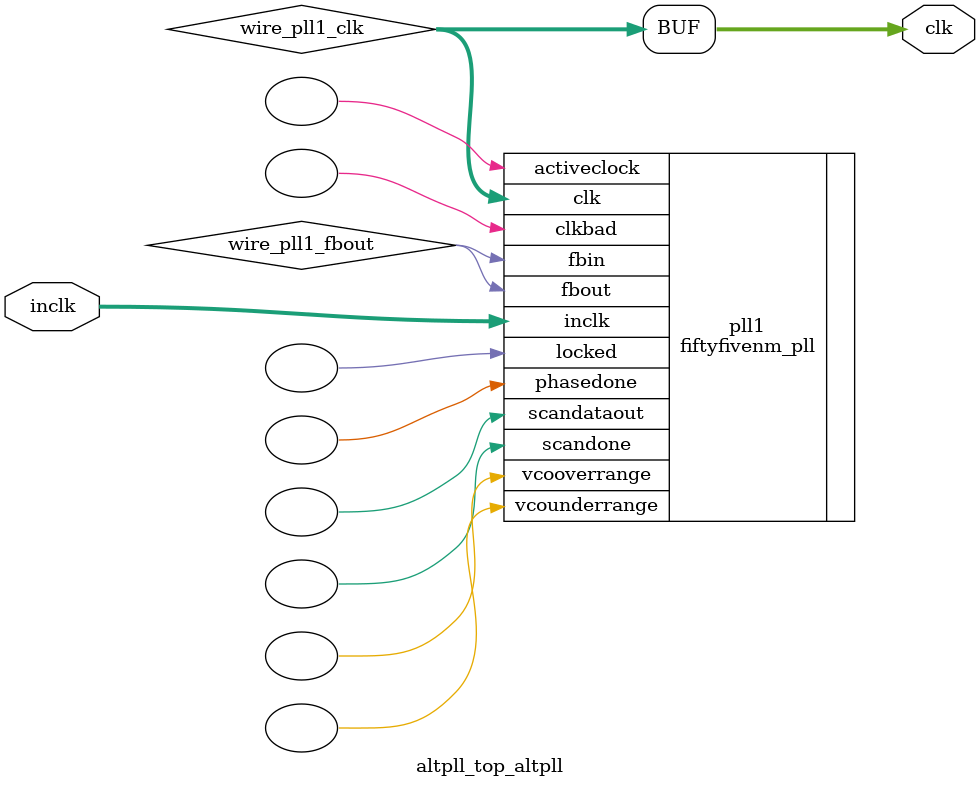
<source format=v>






//synthesis_resources = fiftyfivenm_pll 1 
//synopsys translate_off
`timescale 1 ps / 1 ps
//synopsys translate_on
module  altpll_top_altpll
	( 
	clk,
	inclk) /* synthesis synthesis_clearbox=1 */;
	output   [4:0]  clk;
	input   [1:0]  inclk;
`ifndef ALTERA_RESERVED_QIS
// synopsys translate_off
`endif
	tri0   [1:0]  inclk;
`ifndef ALTERA_RESERVED_QIS
// synopsys translate_on
`endif

	wire  [4:0]   wire_pll1_clk;
	wire  wire_pll1_fbout;

	fiftyfivenm_pll   pll1
	( 
	.activeclock(),
	.clk(wire_pll1_clk),
	.clkbad(),
	.fbin(wire_pll1_fbout),
	.fbout(wire_pll1_fbout),
	.inclk(inclk),
	.locked(),
	.phasedone(),
	.scandataout(),
	.scandone(),
	.vcooverrange(),
	.vcounderrange()
	`ifndef FORMAL_VERIFICATION
	// synopsys translate_off
	`endif
	,
	.areset(1'b0),
	.clkswitch(1'b0),
	.configupdate(1'b0),
	.pfdena(1'b1),
	.phasecounterselect({3{1'b0}}),
	.phasestep(1'b0),
	.phaseupdown(1'b0),
	.scanclk(1'b0),
	.scanclkena(1'b1),
	.scandata(1'b0)
	`ifndef FORMAL_VERIFICATION
	// synopsys translate_on
	`endif
	);
	defparam
		pll1.bandwidth_type = "auto",
		pll1.clk0_divide_by = 1,
		pll1.clk0_duty_cycle = 50,
		pll1.clk0_multiply_by = 1,
		pll1.clk0_phase_shift = "0",
		pll1.compensate_clock = "clk0",
		pll1.inclk0_input_frequency = 20000,
		pll1.operation_mode = "normal",
		pll1.pll_type = "auto",
		pll1.lpm_type = "fiftyfivenm_pll";
	assign
		clk = {wire_pll1_clk[4:0]};
endmodule //altpll_top_altpll
//VALID FILE

</source>
